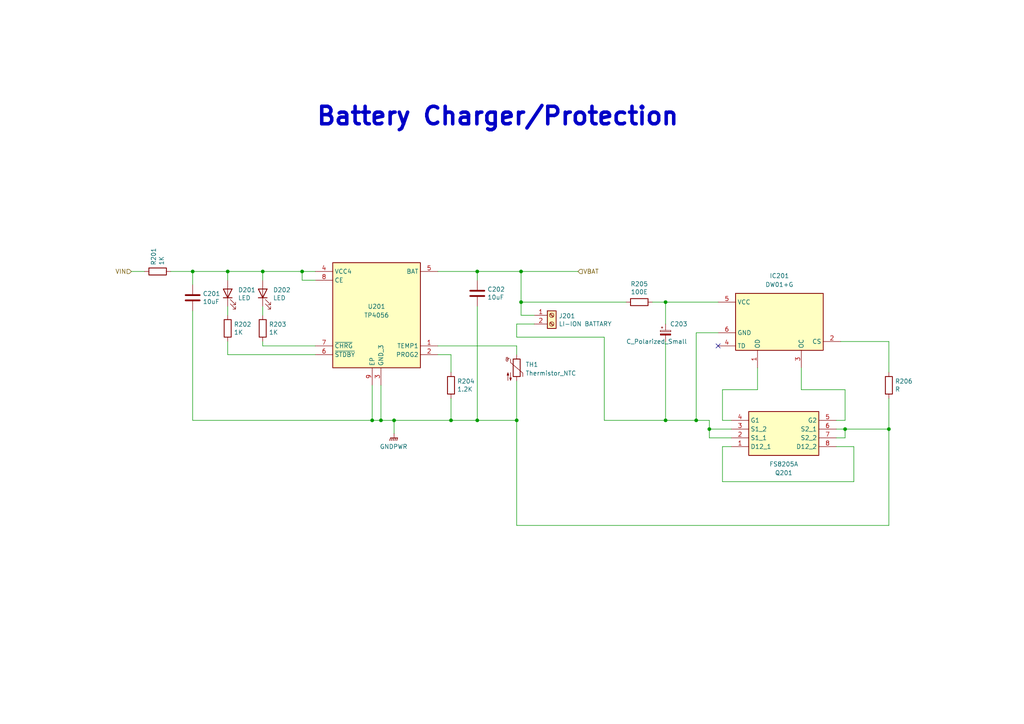
<source format=kicad_sch>
(kicad_sch (version 20230121) (generator eeschema)
  (paper "A4")
  (lib_symbols
    (symbol "Connector:Screw_Terminal_01x02" (pin_names (offset 1.016) hide)
      (property "Reference" "J" (at 0 2.54 0))
      (property "Value" "Screw_Terminal_01x02" (at 0 -5.08 0))
      (symbol "Screw_Terminal_01x02_1_1"
        (rectangle (start -1.27 1.27) (end 1.27 -3.81) (stroke (width 0.254)) (fill (type background)))
        (circle (center 0 -2.54) (radius 0.635) (stroke (width 0.1524)))
        (polyline (pts (xy -0.5334 -2.2098) (xy 0.3302 -3.048)) (stroke (width 0.1524)))
        (polyline (pts (xy -0.5334 0.3302) (xy 0.3302 -0.508)) (stroke (width 0.1524)))
        (polyline (pts (xy -0.3556 -2.032) (xy 0.508 -2.8702)) (stroke (width 0.1524)))
        (polyline (pts (xy -0.3556 0.508) (xy 0.508 -0.3302)) (stroke (width 0.1524)))
        (circle (center 0 0) (radius 0.635) (stroke (width 0.1524)))
        (pin passive line (at -5.08 0 0) (length 3.81) (name "Pin_1") (number "1"))
        (pin passive line (at -5.08 -2.54 0) (length 3.81) (name "Pin_2") (number "2"))
      )
    )
    (symbol "DW01:DW01+G"
      (property "Reference" "IC" (at 5.08 10.16 0))
      (property "Value" "DW01+G" (at 5.08 7.62 0))
      (symbol "DW01+G_1_1"
        (rectangle (start 5.08 5.08) (end 30.48 -11.43) (stroke (width 0.254)) (fill (type background)))
        (pin passive line (at 11.43 -16.51 90) (length 5.08) (name "OD") (number "1"))
        (pin passive line (at 35.56 -8.89 180) (length 5.08) (name "CS") (number "2"))
        (pin passive line (at 24.13 -16.51 90) (length 5.08) (name "OC") (number "3"))
        (pin passive line (at 0 -10.16 0) (length 5.08) (name "TD") (number "4"))
        (pin passive line (at 0 2.54 0) (length 5.08) (name "VCC") (number "5"))
        (pin passive line (at 0 -6.35 0) (length 5.08) (name "GND") (number "6"))
      )
    )
    (symbol "Device:C" (pin_numbers hide) (pin_names (offset 0.254))
      (property "Reference" "C" (at 0.635 2.54 0))
      (property "Value" "C" (at 0.635 -2.54 0))
      (symbol "C_0_1"
        (polyline (pts (xy -2.032 -0.762) (xy 2.032 -0.762)) (stroke (width 0.508)))
        (polyline (pts (xy -2.032 0.762) (xy 2.032 0.762)) (stroke (width 0.508)))
      )
      (symbol "C_1_1"
        (pin passive line (at 0 3.81 270) (length 2.794) (name "~") (number "1"))
        (pin passive line (at 0 -3.81 90) (length 2.794) (name "~") (number "2"))
      )
    )
    (symbol "Device:C_Polarized_Small" (pin_numbers hide) (pin_names (offset 0.254) hide)
      (property "Reference" "C" (at 0.254 1.778 0))
      (property "Value" "C_Polarized_Small" (at 0.254 -2.032 0))
      (symbol "C_Polarized_Small_0_1"
        (rectangle (start -1.524 -0.3048) (end 1.524 -0.6858) (fill (type outline)))
        (rectangle (start -1.524 0.6858) (end 1.524 0.3048))
        (polyline (pts (xy -1.27 1.524) (xy -0.762 1.524)))
        (polyline (pts (xy -1.016 1.27) (xy -1.016 1.778)))
      )
      (symbol "C_Polarized_Small_1_1"
        (pin passive line (at 0 2.54 270) (length 1.8542) (name "~") (number "1"))
        (pin passive line (at 0 -2.54 90) (length 1.8542) (name "~") (number "2"))
      )
    )
    (symbol "Device:LED" (pin_numbers hide) (pin_names (offset 1.016) hide)
      (property "Reference" "D" (at 0 2.54 0))
      (property "Value" "LED" (at 0 -2.54 0))
      (symbol "LED_0_1"
        (polyline (pts (xy -1.27 -1.27) (xy -1.27 1.27)) (stroke (width 0.254)))
        (polyline (pts (xy -1.27 0) (xy 1.27 0)))
        (polyline (pts (xy 1.27 -1.27) (xy 1.27 1.27) (xy -1.27 0) (xy 1.27 -1.27)) (stroke (width 0.254)))
        (polyline (pts (xy -3.048 -0.762) (xy -4.572 -2.286) (xy -3.81 -2.286) (xy -4.572 -2.286) (xy -4.572 -1.524)))
        (polyline (pts (xy -1.778 -0.762) (xy -3.302 -2.286) (xy -2.54 -2.286) (xy -3.302 -2.286) (xy -3.302 -1.524)))
      )
      (symbol "LED_1_1"
        (pin passive line (at -3.81 0 0) (length 2.54) (name "K") (number "1"))
        (pin passive line (at 3.81 0 180) (length 2.54) (name "A") (number "2"))
      )
    )
    (symbol "Device:R" (pin_numbers hide) (pin_names (offset 0))
      (property "Reference" "R" (at 2.032 0 90))
      (property "Value" "R" (at 0 0 90))
      (symbol "R_0_1"
        (rectangle (start -1.016 -2.54) (end 1.016 2.54) (stroke (width 0.254)))
      )
      (symbol "R_1_1"
        (pin passive line (at 0 3.81 270) (length 1.27) (name "~") (number "1"))
        (pin passive line (at 0 -3.81 90) (length 1.27) (name "~") (number "2"))
      )
    )
    (symbol "Device:Thermistor_NTC" (pin_numbers hide) (pin_names (offset 0))
      (property "Reference" "TH" (at -4.445 0 90))
      (property "Value" "Thermistor_NTC" (at 3.175 0 90))
      (symbol "Thermistor_NTC_0_1"
        (arc (start -3.048 2.159) (mid -3.0495 2.3143) (end -3.175 2.413))
        (arc (start -3.048 2.159) (mid -2.9736 1.9794) (end -2.794 1.905))
        (arc (start -3.048 2.794) (mid -2.9736 2.6144) (end -2.794 2.54))
        (arc (start -2.794 1.905) (mid -2.6144 1.9794) (end -2.54 2.159))
        (arc (start -2.794 2.54) (mid -2.4393 2.5587) (end -2.159 2.794))
        (arc (start -2.794 3.048) (mid -2.9736 2.9736) (end -3.048 2.794))
        (arc (start -2.54 2.794) (mid -2.6144 2.9736) (end -2.794 3.048))
        (rectangle (start -1.016 2.54) (end 1.016 -2.54) (stroke (width 0.254)))
        (polyline (pts (xy -2.54 2.159) (xy -2.54 2.794)))
        (polyline (pts (xy -1.778 2.54) (xy -1.778 1.524) (xy 1.778 -1.524) (xy 1.778 -2.54)))
        (polyline (pts (xy -2.54 -3.683) (xy -2.54 -1.397) (xy -2.794 -2.159) (xy -2.286 -2.159) (xy -2.54 -1.397) (xy -2.54 -1.651)) (fill (type outline)))
        (polyline (pts (xy -1.778 -1.397) (xy -1.778 -3.683) (xy -2.032 -2.921) (xy -1.524 -2.921) (xy -1.778 -3.683) (xy -1.778 -3.429)) (fill (type outline)))
      )
      (symbol "Thermistor_NTC_1_1"
        (pin passive line (at 0 3.81 270) (length 1.27) (name "~") (number "1"))
        (pin passive line (at 0 -3.81 90) (length 1.27) (name "~") (number "2"))
      )
    )
    (symbol "FS8205A:FS8205A"
      (property "Reference" "Q" (at 26.67 7.62 0))
      (property "Value" "FS8205A" (at 26.67 5.08 0))
      (symbol "FS8205A_1_1"
        (rectangle (start 5.08 2.54) (end 25.4 -10.16) (stroke (width 0.254)) (fill (type background)))
        (pin passive line (at 0 0 0) (length 5.08) (name "D12_1") (number "1"))
        (pin passive line (at 0 -2.54 0) (length 5.08) (name "S1_1") (number "2"))
        (pin passive line (at 0 -5.08 0) (length 5.08) (name "S1_2") (number "3"))
        (pin passive line (at 0 -7.62 0) (length 5.08) (name "G1") (number "4"))
        (pin passive line (at 30.48 -7.62 180) (length 5.08) (name "G2") (number "5"))
        (pin passive line (at 30.48 -5.08 180) (length 5.08) (name "S2_1") (number "6"))
        (pin passive line (at 30.48 -2.54 180) (length 5.08) (name "S2_2") (number "7"))
        (pin passive line (at 30.48 0 180) (length 5.08) (name "D12_2") (number "8"))
      )
    )
    (symbol "TP4056:TP4056"
      (property "Reference" "J" (at 5.08 20.32 0))
      (property "Value" "TP4056" (at 5.08 17.78 0))
      (symbol "TP4056_1_1"
        (rectangle (start 5.08 15.24) (end 30.48 -15.24) (stroke (width 0.254)) (fill (type background)))
        (pin passive line (at 35.56 -8.89 180) (length 5.08) (name "TEMP1") (number "1"))
        (pin passive line (at 35.56 -11.43 180) (length 5.08) (name "PROG2") (number "2"))
        (pin passive line (at 19.05 -20.32 90) (length 5.08) (name "GND_3") (number "3"))
        (pin passive line (at 0 12.7 0) (length 5.08) (name "VCC4") (number "4"))
        (pin passive line (at 35.56 12.7 180) (length 5.08) (name "BAT") (number "5"))
        (pin passive line (at 0 -11.43 0) (length 5.08) (name "~{STDBY}") (number "6"))
        (pin passive line (at 0 -8.89 0) (length 5.08) (name "~{CHRG}") (number "7"))
        (pin passive line (at 0 10.16 0) (length 5.08) (name "CE") (number "8"))
        (pin passive line (at 16.51 -20.32 90) (length 5.08) (name "EP") (number "9"))
      )
    )
    (symbol "power:GNDPWR" (power) (pin_names (offset 0))
      (property "Value" "GNDPWR" (at 0 -3.302 0))
      (symbol "GNDPWR_0_1"
        (polyline (pts (xy 0 -1.27) (xy 0 0)))
        (polyline (pts (xy -1.016 -1.27) (xy -1.27 -2.032) (xy -1.27 -2.032)) (stroke (width 0.2032)))
        (polyline (pts (xy -0.508 -1.27) (xy -0.762 -2.032) (xy -0.762 -2.032)) (stroke (width 0.2032)))
        (polyline (pts (xy 0 -1.27) (xy -0.254 -2.032) (xy -0.254 -2.032)) (stroke (width 0.2032)))
        (polyline (pts (xy 0.508 -1.27) (xy 0.254 -2.032) (xy 0.254 -2.032)) (stroke (width 0.2032)))
        (polyline (pts (xy 1.016 -1.27) (xy -1.016 -1.27) (xy -1.016 -1.27)) (stroke (width 0.2032)))
        (polyline (pts (xy 1.016 -1.27) (xy 0.762 -2.032) (xy 0.762 -2.032) (xy 0.762 -2.032)) (stroke (width 0.2032)))
      )
      (symbol "GNDPWR_1_1"
        (pin power_in line (at 0 0 270) (length 0) hide (name "GNDPWR") (number "1"))
      )
    )
  )
  (junction (at 257.81 124.46))
  (junction (at 110.49 121.92))
  (junction (at 107.95 121.92))
  (junction (at 201.93 121.92))
  (junction (at 245.11 124.46))
  (junction (at 66.04 78.74))
  (junction (at 76.2 78.74))
  (junction (at 130.81 121.92))
  (junction (at 151.13 78.74))
  (junction (at 205.74 124.46))
  (junction (at 114.3 121.92))
  (junction (at 55.88 78.74))
  (junction (at 193.04 121.92))
  (junction (at 149.86 121.92))
  (junction (at 138.43 121.92))
  (junction (at 193.04 87.63))
  (junction (at 151.13 87.63))
  (junction (at 87.63 78.74))
  (junction (at 138.43 78.74))
  (no_connect (at 208.28 100.33))
  (wire (pts (xy 66.04 78.74) (xy 66.04 81.28)))
  (wire (pts (xy 55.88 90.17) (xy 55.88 121.92)))
  (wire (pts (xy 127 78.74) (xy 138.43 78.74)))
  (wire (pts (xy 208.28 96.52) (xy 201.93 96.52)))
  (wire (pts (xy 149.86 100.33) (xy 149.86 102.87)))
  (wire (pts (xy 209.55 129.54) (xy 209.55 139.7)))
  (wire (pts (xy 212.09 129.54) (xy 209.55 129.54)))
  (wire (pts (xy 110.49 111.76) (xy 110.49 121.92)))
  (wire (pts (xy 257.81 115.57) (xy 257.81 124.46)))
  (wire (pts (xy 107.95 111.76) (xy 107.95 121.92)))
  (wire (pts (xy 247.65 129.54) (xy 242.57 129.54)))
  (wire (pts (xy 201.93 96.52) (xy 201.93 121.92)))
  (wire (pts (xy 175.26 97.79) (xy 175.26 121.92)))
  (wire (pts (xy 149.86 121.92) (xy 138.43 121.92)))
  (wire (pts (xy 245.11 113.03) (xy 232.41 113.03)))
  (wire (pts (xy 154.94 93.98) (xy 149.86 93.98)))
  (wire (pts (xy 114.3 121.92) (xy 130.81 121.92)))
  (wire (pts (xy 127 102.87) (xy 130.81 102.87)))
  (wire (pts (xy 209.55 121.92) (xy 209.55 113.03)))
  (wire (pts (xy 76.2 78.74) (xy 87.63 78.74)))
  (wire (pts (xy 38.1 78.74) (xy 41.91 78.74)))
  (wire (pts (xy 232.41 113.03) (xy 232.41 106.68)))
  (wire (pts (xy 149.86 93.98) (xy 149.86 97.79)))
  (wire (pts (xy 193.04 87.63) (xy 193.04 93.98)))
  (wire (pts (xy 55.88 78.74) (xy 49.53 78.74)))
  (wire (pts (xy 205.74 127) (xy 205.74 124.46)))
  (wire (pts (xy 189.23 87.63) (xy 193.04 87.63)))
  (wire (pts (xy 130.81 102.87) (xy 130.81 107.95)))
  (wire (pts (xy 247.65 139.7) (xy 247.65 129.54)))
  (wire (pts (xy 149.86 152.4) (xy 149.86 121.92)))
  (wire (pts (xy 87.63 81.28) (xy 87.63 78.74)))
  (wire (pts (xy 66.04 88.9) (xy 66.04 91.44)))
  (wire (pts (xy 76.2 81.28) (xy 76.2 78.74)))
  (wire (pts (xy 91.44 81.28) (xy 87.63 81.28)))
  (wire (pts (xy 114.3 121.92) (xy 114.3 125.73)))
  (wire (pts (xy 257.81 152.4) (xy 149.86 152.4)))
  (wire (pts (xy 243.84 99.06) (xy 257.81 99.06)))
  (wire (pts (xy 76.2 78.74) (xy 66.04 78.74)))
  (wire (pts (xy 138.43 81.28) (xy 138.43 78.74)))
  (wire (pts (xy 55.88 121.92) (xy 107.95 121.92)))
  (wire (pts (xy 130.81 115.57) (xy 130.81 121.92)))
  (wire (pts (xy 245.11 121.92) (xy 245.11 113.03)))
  (wire (pts (xy 242.57 124.46) (xy 245.11 124.46)))
  (wire (pts (xy 209.55 139.7) (xy 247.65 139.7)))
  (wire (pts (xy 149.86 110.49) (xy 149.86 121.92)))
  (wire (pts (xy 149.86 97.79) (xy 175.26 97.79)))
  (wire (pts (xy 76.2 88.9) (xy 76.2 91.44)))
  (wire (pts (xy 66.04 78.74) (xy 55.88 78.74)))
  (wire (pts (xy 76.2 100.33) (xy 91.44 100.33)))
  (wire (pts (xy 107.95 121.92) (xy 110.49 121.92)))
  (wire (pts (xy 205.74 124.46) (xy 212.09 124.46)))
  (wire (pts (xy 209.55 113.03) (xy 219.71 113.03)))
  (wire (pts (xy 127 100.33) (xy 149.86 100.33)))
  (wire (pts (xy 193.04 121.92) (xy 201.93 121.92)))
  (wire (pts (xy 245.11 124.46) (xy 257.81 124.46)))
  (wire (pts (xy 87.63 78.74) (xy 91.44 78.74)))
  (wire (pts (xy 242.57 127) (xy 245.11 127)))
  (wire (pts (xy 212.09 127) (xy 205.74 127)))
  (wire (pts (xy 242.57 121.92) (xy 245.11 121.92)))
  (wire (pts (xy 205.74 124.46) (xy 205.74 121.92)))
  (wire (pts (xy 151.13 78.74) (xy 151.13 87.63)))
  (wire (pts (xy 212.09 121.92) (xy 209.55 121.92)))
  (wire (pts (xy 151.13 87.63) (xy 181.61 87.63)))
  (wire (pts (xy 76.2 99.06) (xy 76.2 100.33)))
  (wire (pts (xy 245.11 127) (xy 245.11 124.46)))
  (wire (pts (xy 151.13 78.74) (xy 167.64 78.74)))
  (wire (pts (xy 55.88 78.74) (xy 55.88 82.55)))
  (wire (pts (xy 193.04 87.63) (xy 208.28 87.63)))
  (wire (pts (xy 151.13 87.63) (xy 151.13 91.44)))
  (wire (pts (xy 205.74 121.92) (xy 201.93 121.92)))
  (wire (pts (xy 110.49 121.92) (xy 114.3 121.92)))
  (wire (pts (xy 154.94 91.44) (xy 151.13 91.44)))
  (wire (pts (xy 138.43 78.74) (xy 151.13 78.74)))
  (wire (pts (xy 66.04 102.87) (xy 66.04 99.06)))
  (wire (pts (xy 130.81 121.92) (xy 138.43 121.92)))
  (wire (pts (xy 138.43 88.9) (xy 138.43 121.92)))
  (wire (pts (xy 175.26 121.92) (xy 193.04 121.92)))
  (wire (pts (xy 257.81 99.06) (xy 257.81 107.95)))
  (wire (pts (xy 193.04 99.06) (xy 193.04 121.92)))
  (wire (pts (xy 91.44 102.87) (xy 66.04 102.87)))
  (wire (pts (xy 257.81 124.46) (xy 257.81 152.4)))
  (wire (pts (xy 219.71 113.03) (xy 219.71 106.68)))
  (text "Battery Charger/Protection" (at 91.44 36.83 0) (effects (font (size 5.08 5.08) bold) (justify left bottom)))
  (hierarchical_label "VBAT" (shape input) (at 167.64 78.74 0))
  (hierarchical_label "VIN" (shape input) (at 38.1 78.74 180))
  (symbol (lib_id "TP4056:TP4056") (at 91.44 91.44 0) (unit 1)
    (property "Reference" "U201" (at 109.22 88.9 0))
    (property "Value" "TP4056" (at 109.22 91.44 0))
    (property "Footprint" "Package_SO:HSOP-8-1EP_3.9x4.9mm_P1.27mm_EP2.41x3.1mm_ThermalVias" (effects hide))
    (property "Datasheet" "https://dlnmh9ip6v2uc.cloudfront.net/datasheets/Prototyping/TP4056.pdf" (effects hide))
    (property "MAXIMUM_PACKAGE_HEIGHT" "1.75mm" (effects hide))
    (property "STANDARD" "IPC 7351B" (effects hide))
    (property "MANUFACTURER" "NanJing Top Power ASIC Corp." (effects hide))
    (property "Height" "1.75" (effects hide))
    (property "Manufacturer_Name" "NanJing Top Power" (effects hide))
    (property "Manufacturer_Part_Number" "TP4056" (effects hide))
  )
  (symbol (lib_id "Device:C") (at 138.43 85.09 0) (unit 1)
    (property "Reference" "C202" (at 141.351 83.9216 0) (effects (justify left)))
    (property "Value" "10uF" (at 141.351 86.233 0) (effects (justify left)))
    (property "Footprint" "Capacitor_SMD:C_0603_1608Metric" (effects hide))
    (instances (project "power_board_V0.1" (path "" (reference "C202") (unit 1))) (project "onion_4G" (path "" (reference "C?") (unit 1))))
  )
  (symbol (lib_id "Device:R") (at 76.2 95.25 0) (unit 1)
    (property "Reference" "R203" (at 77.978 94.0816 0) (effects (justify left)))
    (property "Value" "1K" (at 77.978 96.393 0) (effects (justify left)))
    (property "Footprint" "Resistor_SMD:R_0603_1608Metric" (effects hide))
    (instances (project "power_board_V0.1" (path "" (reference "R203") (unit 1))) (project "onion_4G" (path "" (reference "R?") (unit 1))))
  )
  (symbol (lib_id "Device:R") (at 130.81 111.76 0) (unit 1)
    (property "Reference" "R204" (at 132.588 110.5916 0) (effects (justify left)))
    (property "Value" "1.2K" (at 132.588 112.903 0) (effects (justify left)))
    (property "Footprint" "Resistor_SMD:R_0603_1608Metric" (effects hide))
    (instances (project "power_board_V0.1" (path "" (reference "R204") (unit 1))) (project "onion_4G" (path "" (reference "R?") (unit 1))))
  )
  (symbol (lib_id "Device:LED") (at 76.2 85.09 90) (unit 1)
    (property "Reference" "D202" (at 79.1972 84.0994 90) (effects (justify right)))
    (property "Value" "LED" (at 79.1972 86.4108 90) (effects (justify right)))
    (property "Footprint" "LED_SMD:LED_0603_1608Metric" (effects hide))
    (instances (project "power_board_V0.1" (path "" (reference "D202") (unit 1))) (project "onion_4G" (path "" (reference "D?") (unit 1))))
  )
  (symbol (lib_id "Connector:Screw_Terminal_01x02") (at 160.02 91.44 0) (unit 1)
    (property "Reference" "J201" (at 162.052 91.6432 0) (effects (justify left)))
    (property "Value" "LI-ION BATTARY" (at 162.052 93.9546 0) (effects (justify left)))
    (property "Footprint" "Connector_JST:JST_EH_S2B-EH_1x02_P2.50mm_Horizontal" (effects hide))
    (instances (project "power_board_V0.1" (path "" (reference "J201") (unit 1))) (project "onion_4G" (path "" (reference "J?") (unit 1))))
  )
  (symbol (lib_id "Device:R") (at 185.42 87.63 270) (unit 1)
    (property "Reference" "R205" (at 185.42 82.3722 90))
    (property "Value" "100E" (at 185.42 84.6836 90))
    (property "Footprint" "Resistor_SMD:R_0603_1608Metric" (effects hide))
    (instances (project "power_board_V0.1" (path "" (reference "R205") (unit 1))) (project "onion_4G" (path "" (reference "R?") (unit 1))))
  )
  (symbol (lib_id "Device:R") (at 257.81 111.76 0) (unit 1)
    (property "Reference" "R206" (at 259.588 110.5916 0) (effects (justify left)))
    (property "Value" "R" (at 259.588 112.903 0) (effects (justify left)))
    (property "Footprint" "Resistor_SMD:R_0603_1608Metric" (effects hide))
    (instances (project "power_board_V0.1" (path "" (reference "R206") (unit 1))) (project "onion_4G" (path "" (reference "R?") (unit 1))))
  )
  (symbol (lib_id "Device:R") (at 66.04 95.25 0) (unit 1)
    (property "Reference" "R202" (at 67.818 94.0816 0) (effects (justify left)))
    (property "Value" "1K" (at 67.818 96.393 0) (effects (justify left)))
    (property "Footprint" "Resistor_SMD:R_0603_1608Metric" (effects hide))
    (instances (project "power_board_V0.1" (path "" (reference "R202") (unit 1))) (project "onion_4G" (path "" (reference "R?") (unit 1))))
  )
  (symbol (lib_id "power:GNDPWR") (at 114.3 125.73 0) (unit 1)
    (property "Reference" "#PWR0502" (effects hide))
    (property "Value" "GNDPWR" (at 114.173 129.54 0))
    (instances (project "power_board_V0.1" (path "" (reference "#PWR0502") (unit 1)) (path "" (reference "#PWR0201") (unit 1))))
  )
  (symbol (lib_id "Device:C") (at 55.88 86.36 0) (unit 1)
    (property "Reference" "C201" (at 58.801 85.1916 0) (effects (justify left)))
    (property "Value" "10uF" (at 58.801 87.503 0) (effects (justify left)))
    (property "Footprint" "Capacitor_SMD:C_0603_1608Metric" (effects hide))
    (instances (project "power_board_V0.1" (path "" (reference "C201") (unit 1))) (project "onion_4G" (path "" (reference "C?") (unit 1))))
  )
  (symbol (lib_id "Device:R") (at 45.72 78.74 90) (unit 1)
    (property "Reference" "R201" (at 44.5516 76.962 0) (effects (justify left)))
    (property "Value" "1K" (at 46.863 76.962 0) (effects (justify left)))
    (property "Footprint" "Resistor_SMD:R_0603_1608Metric" (effects hide))
    (instances (project "power_board_V0.1" (path "" (reference "R201") (unit 1))) (project "onion_4G" (path "" (reference "R?") (unit 1))))
  )
  (symbol (lib_id "Device:LED") (at 66.04 85.09 90) (unit 1)
    (property "Reference" "D201" (at 69.0372 84.0994 90) (effects (justify right)))
    (property "Value" "LED" (at 69.0372 86.4108 90) (effects (justify right)))
    (property "Footprint" "LED_SMD:LED_0603_1608Metric" (effects hide))
    (instances (project "power_board_V0.1" (path "" (reference "D201") (unit 1))) (project "onion_4G" (path "" (reference "D?") (unit 1))))
  )
  (symbol (lib_id "FS8205A:FS8205A") (at 212.09 129.54 0) (mirror x) (unit 1)
    (property "Reference" "Q201" (at 227.33 137.16 0))
    (property "Value" "FS8205A" (at 227.33 134.62 0))
    (property "Footprint" "Package_SO:TSSOP-8_4.4x3mm_P0.65mm" (effects hide))
    (property "Datasheet" "http://www.ic-fortune.com/upload/Download/FS8205A-DS-12_EN.pdf" (effects hide))
    (property "Height" "1.2" (effects hide))
    (property "Manufacturer_Name" "Fortune Semiconductor Corporation" (effects hide))
    (property "Manufacturer_Part_Number" "FS8205A" (effects hide))
  )
  (symbol (lib_id "DW01:DW01+G") (at 208.28 90.17 0) (unit 1)
    (property "Reference" "IC201" (at 226.06 80.01 0))
    (property "Value" "DW01+G" (at 226.06 82.55 0))
    (property "Footprint" "Package_TO_SOT_SMD:SOT-23-6_Handsoldering" (effects hide))
    (property "Datasheet" "https://datasheet.lcsc.com/szlcsc/Fortune-Semicon-DW01-G_C14213.pdf" (effects hide))
    (property "Height" "1.45" (effects hide))
    (property "Manufacturer_Name" "Fortune Semiconductor Corporation" (effects hide))
    (property "Manufacturer_Part_Number" "DW01+G" (effects hide))
  )
  (symbol (lib_id "Device:Thermistor_NTC") (at 149.86 106.68 0) (unit 1)
    (property "Reference" "TH1" (at 152.4 105.7275 0) (effects (justify left)))
    (property "Value" "Thermistor_NTC" (at 152.4 108.2675 0) (effects (justify left)))
    (property "Footprint" "Resistor_SMD:R_0805_2012Metric" (effects hide))
  )
  (symbol (lib_id "Device:C_Polarized_Small") (at 193.04 96.52 0) (unit 1)
    (property "Reference" "C203" (at 194.31 93.98 0) (effects (justify left)))
    (property "Value" "C_Polarized_Small" (at 181.61 99.06 0) (effects (justify left)))
    (property "Footprint" "Capacitor_SMD:C_0603_1608Metric" (effects hide))
  )
)
</source>
